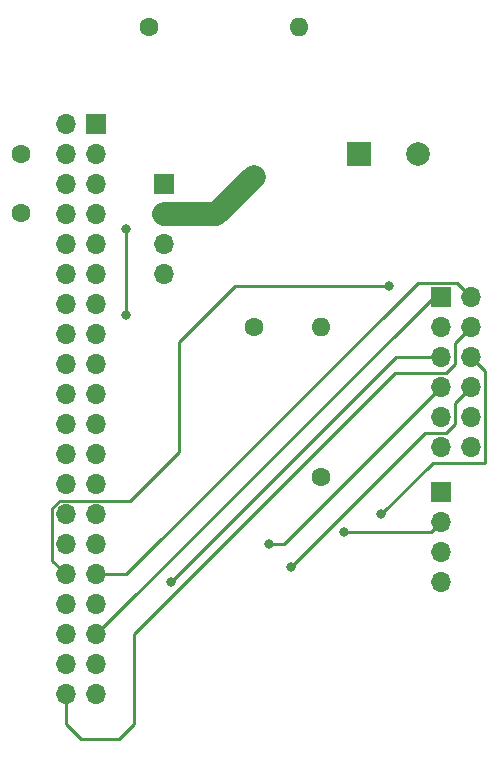
<source format=gbr>
%TF.GenerationSoftware,KiCad,Pcbnew,(5.1.12)-1*%
%TF.CreationDate,2022-06-03T18:51:51+02:00*%
%TF.ProjectId,pypilot-dome,70797069-6c6f-4742-9d64-6f6d652e6b69,rev?*%
%TF.SameCoordinates,Original*%
%TF.FileFunction,Copper,L2,Bot*%
%TF.FilePolarity,Positive*%
%FSLAX46Y46*%
G04 Gerber Fmt 4.6, Leading zero omitted, Abs format (unit mm)*
G04 Created by KiCad (PCBNEW (5.1.12)-1) date 2022-06-03 18:51:51*
%MOMM*%
%LPD*%
G01*
G04 APERTURE LIST*
%TA.AperFunction,ComponentPad*%
%ADD10O,1.600000X1.600000*%
%TD*%
%TA.AperFunction,ComponentPad*%
%ADD11C,1.600000*%
%TD*%
%TA.AperFunction,ComponentPad*%
%ADD12O,1.700000X1.700000*%
%TD*%
%TA.AperFunction,ComponentPad*%
%ADD13R,1.700000X1.700000*%
%TD*%
%TA.AperFunction,ComponentPad*%
%ADD14C,2.000000*%
%TD*%
%TA.AperFunction,ComponentPad*%
%ADD15R,2.000000X2.000000*%
%TD*%
%TA.AperFunction,ViaPad*%
%ADD16C,0.800000*%
%TD*%
%TA.AperFunction,Conductor*%
%ADD17C,2.000000*%
%TD*%
%TA.AperFunction,Conductor*%
%ADD18C,0.250000*%
%TD*%
G04 APERTURE END LIST*
D10*
%TO.P,R8,2*%
%TO.N,GND*%
X104140000Y-29210000D03*
D11*
%TO.P,R8,1*%
%TO.N,Net-(J10-Pad10)*%
X104140000Y-41910000D03*
%TD*%
D10*
%TO.P,R7,2*%
%TO.N,Net-(J10-Pad10)*%
X109855000Y-41910000D03*
D11*
%TO.P,R7,1*%
%TO.N,Net-(A3-Pad1)*%
X109855000Y-54610000D03*
%TD*%
D12*
%TO.P,J10,40*%
%TO.N,StandBy*%
X88265000Y-73025000D03*
%TO.P,J10,39*%
%TO.N,GND*%
X90805000Y-73025000D03*
%TO.P,J10,38*%
%TO.N,Buzzer*%
X88265000Y-70485000D03*
%TO.P,J10,37*%
%TO.N,AUTO*%
X90805000Y-70485000D03*
%TO.P,J10,36*%
%TO.N,Net-(J10-Pad36)*%
X88265000Y-67945000D03*
%TO.P,J10,35*%
%TO.N,LED*%
X90805000Y-67945000D03*
%TO.P,J10,34*%
%TO.N,Net-(J10-Pad34)*%
X88265000Y-65405000D03*
%TO.P,J10,33*%
%TO.N,+1*%
X90805000Y-65405000D03*
%TO.P,J10,32*%
%TO.N,+10*%
X88265000Y-62865000D03*
%TO.P,J10,31*%
%TO.N,-10*%
X90805000Y-62865000D03*
%TO.P,J10,30*%
%TO.N,Net-(J10-Pad30)*%
X88265000Y-60325000D03*
%TO.P,J10,29*%
%TO.N,-1*%
X90805000Y-60325000D03*
%TO.P,J10,28*%
%TO.N,Net-(J10-Pad28)*%
X88265000Y-57785000D03*
%TO.P,J10,27*%
%TO.N,Net-(J10-Pad27)*%
X90805000Y-57785000D03*
%TO.P,J10,26*%
%TO.N,Net-(J10-Pad26)*%
X88265000Y-55245000D03*
%TO.P,J10,25*%
%TO.N,Net-(J10-Pad25)*%
X90805000Y-55245000D03*
%TO.P,J10,24*%
%TO.N,Net-(J10-Pad24)*%
X88265000Y-52705000D03*
%TO.P,J10,23*%
%TO.N,Net-(J10-Pad23)*%
X90805000Y-52705000D03*
%TO.P,J10,22*%
%TO.N,Net-(J10-Pad22)*%
X88265000Y-50165000D03*
%TO.P,J10,21*%
%TO.N,Net-(J10-Pad21)*%
X90805000Y-50165000D03*
%TO.P,J10,20*%
%TO.N,Net-(J10-Pad20)*%
X88265000Y-47625000D03*
%TO.P,J10,19*%
%TO.N,Net-(J10-Pad19)*%
X90805000Y-47625000D03*
%TO.P,J10,18*%
%TO.N,Net-(J10-Pad18)*%
X88265000Y-45085000D03*
%TO.P,J10,17*%
%TO.N,Net-(J10-Pad17)*%
X90805000Y-45085000D03*
%TO.P,J10,16*%
%TO.N,Net-(J10-Pad16)*%
X88265000Y-42545000D03*
%TO.P,J10,15*%
%TO.N,Net-(J10-Pad15)*%
X90805000Y-42545000D03*
%TO.P,J10,14*%
%TO.N,Net-(J10-Pad14)*%
X88265000Y-40005000D03*
%TO.P,J10,13*%
%TO.N,Net-(J10-Pad13)*%
X90805000Y-40005000D03*
%TO.P,J10,12*%
%TO.N,Net-(J10-Pad12)*%
X88265000Y-37465000D03*
%TO.P,J10,11*%
%TO.N,Net-(J10-Pad11)*%
X90805000Y-37465000D03*
%TO.P,J10,10*%
%TO.N,Net-(J10-Pad10)*%
X88265000Y-34925000D03*
%TO.P,J10,9*%
%TO.N,Net-(J10-Pad9)*%
X90805000Y-34925000D03*
%TO.P,J10,8*%
%TO.N,Net-(A3-Pad2)*%
X88265000Y-32385000D03*
%TO.P,J10,7*%
%TO.N,Net-(J10-Pad7)*%
X90805000Y-32385000D03*
%TO.P,J10,6*%
%TO.N,GND*%
X88265000Y-29845000D03*
%TO.P,J10,5*%
%TO.N,Net-(A2-Pad3)*%
X90805000Y-29845000D03*
%TO.P,J10,4*%
%TO.N,+5V*%
X88265000Y-27305000D03*
%TO.P,J10,3*%
%TO.N,Net-(A2-Pad4)*%
X90805000Y-27305000D03*
%TO.P,J10,2*%
%TO.N,+5V*%
X88265000Y-24765000D03*
D13*
%TO.P,J10,1*%
%TO.N,Net-(A2-Pad1)*%
X90805000Y-24765000D03*
%TD*%
D12*
%TO.P,J6,4*%
%TO.N,GND*%
X120015000Y-63500000D03*
%TO.P,J6,3*%
%TO.N,Net-(J6-Pad3)*%
X120015000Y-60960000D03*
%TO.P,J6,2*%
%TO.N,Net-(A3-Pad2)*%
X120015000Y-58420000D03*
D13*
%TO.P,J6,1*%
%TO.N,Net-(A3-Pad1)*%
X120015000Y-55880000D03*
%TD*%
D12*
%TO.P,J3,12*%
%TO.N,GND*%
X122555000Y-52070000D03*
%TO.P,J3,11*%
%TO.N,+5V*%
X120015000Y-52070000D03*
%TO.P,J3,10*%
%TO.N,GND*%
X122555000Y-49530000D03*
%TO.P,J3,9*%
%TO.N,+5V*%
X120015000Y-49530000D03*
%TO.P,J3,8*%
%TO.N,Buzzer*%
X122555000Y-46990000D03*
%TO.P,J3,7*%
%TO.N,-1*%
X120015000Y-46990000D03*
%TO.P,J3,6*%
%TO.N,AUTO*%
X122555000Y-44450000D03*
%TO.P,J3,5*%
%TO.N,+1*%
X120015000Y-44450000D03*
%TO.P,J3,4*%
%TO.N,StandBy*%
X122555000Y-41910000D03*
%TO.P,J3,3*%
%TO.N,+10*%
X120015000Y-41910000D03*
%TO.P,J3,2*%
%TO.N,-10*%
X122555000Y-39370000D03*
D13*
%TO.P,J3,1*%
%TO.N,LED*%
X120015000Y-39370000D03*
%TD*%
D14*
%TO.P,C6,2*%
%TO.N,GND*%
X118030000Y-27305000D03*
D15*
%TO.P,C6,1*%
%TO.N,+5V*%
X113030000Y-27305000D03*
%TD*%
D11*
%TO.P,C5,2*%
%TO.N,GND*%
X84455000Y-32305000D03*
%TO.P,C5,1*%
%TO.N,+5V*%
X84455000Y-27305000D03*
%TD*%
D12*
%TO.P,A2,4*%
%TO.N,Net-(A2-Pad4)*%
X96520000Y-37465000D03*
%TO.P,A2,3*%
%TO.N,Net-(A2-Pad3)*%
X96520000Y-34925000D03*
%TO.P,A2,2*%
%TO.N,GND*%
X96520000Y-32385000D03*
D13*
%TO.P,A2,1*%
%TO.N,Net-(A2-Pad1)*%
X96520000Y-29845000D03*
%TD*%
D11*
%TO.P,R10,1*%
%TO.N,Net-(D2-Pad1)*%
X95250000Y-16510000D03*
D10*
%TO.P,R10,2*%
%TO.N,/MOTORB*%
X107950000Y-16510000D03*
%TD*%
D16*
%TO.N,Net-(A3-Pad2)*%
X93345000Y-33655000D03*
X93345000Y-40879998D03*
X111760000Y-59294998D03*
%TO.N,Buzzer*%
X107315000Y-62230000D03*
%TO.N,-1*%
X105410000Y-60325000D03*
%TO.N,AUTO*%
X114935000Y-57785000D03*
%TO.N,+1*%
X97155000Y-63500000D03*
%TO.N,+10*%
X115570000Y-38465003D03*
%TD*%
D17*
%TO.N,GND*%
X100965000Y-32385000D02*
X104140000Y-29210000D01*
X96520000Y-32385000D02*
X100965000Y-32385000D01*
D18*
%TO.N,Net-(A3-Pad2)*%
X93345000Y-33655000D02*
X93345000Y-40879998D01*
X111760000Y-59294998D02*
X111760000Y-59294998D01*
X93345000Y-40879998D02*
X93345000Y-40879998D01*
X119140002Y-59294998D02*
X120015000Y-58420000D01*
X111760000Y-59294998D02*
X119140002Y-59294998D01*
%TO.N,Buzzer*%
X120389003Y-50894999D02*
X118650001Y-50894999D01*
X121190001Y-50094001D02*
X120389003Y-50894999D01*
X121190001Y-48354999D02*
X121190001Y-50094001D01*
X122555000Y-46990000D02*
X121190001Y-48354999D01*
X118650001Y-50894999D02*
X107315000Y-62230000D01*
%TO.N,-1*%
X106680000Y-60325000D02*
X105410000Y-60325000D01*
X120015000Y-46990000D02*
X106680000Y-60325000D01*
%TO.N,AUTO*%
X123730001Y-45625001D02*
X123730001Y-53434999D01*
X122555000Y-44450000D02*
X123730001Y-45625001D01*
X123730001Y-53434999D02*
X119285001Y-53434999D01*
X119285001Y-53434999D02*
X114935000Y-57785000D01*
%TO.N,+1*%
X120015000Y-44450000D02*
X116205000Y-44450000D01*
X116205000Y-44450000D02*
X97155000Y-63500000D01*
%TO.N,StandBy*%
X116110001Y-45814999D02*
X93980000Y-67945000D01*
X121190001Y-45014001D02*
X120389003Y-45814999D01*
X120389003Y-45814999D02*
X116110001Y-45814999D01*
X121190001Y-43274999D02*
X121190001Y-45014001D01*
X122555000Y-41910000D02*
X121190001Y-43274999D01*
X93980000Y-67945000D02*
X93980000Y-75565000D01*
X93980000Y-75565000D02*
X92710000Y-76835000D01*
X92710000Y-76835000D02*
X89535000Y-76835000D01*
X88265000Y-75565000D02*
X88265000Y-73025000D01*
X89535000Y-76835000D02*
X88265000Y-75565000D01*
%TO.N,+10*%
X87089999Y-61689999D02*
X88265000Y-62865000D01*
X87089999Y-57220999D02*
X87089999Y-61689999D01*
X87700999Y-56609999D02*
X87089999Y-57220999D01*
X93645003Y-56609999D02*
X87700999Y-56609999D01*
X97790000Y-52465002D02*
X93645003Y-56609999D01*
X97790000Y-43180000D02*
X97790000Y-52465002D01*
X102504997Y-38465003D02*
X97790000Y-43180000D01*
X115570000Y-38465003D02*
X102504997Y-38465003D01*
%TO.N,-10*%
X121379999Y-38194999D02*
X118015001Y-38194999D01*
X122555000Y-39370000D02*
X121379999Y-38194999D01*
X93345000Y-62865000D02*
X90805000Y-62865000D01*
X118015001Y-38194999D02*
X93345000Y-62865000D01*
%TO.N,LED*%
X119380000Y-39370000D02*
X90805000Y-67945000D01*
X120015000Y-39370000D02*
X119380000Y-39370000D01*
%TD*%
M02*

</source>
